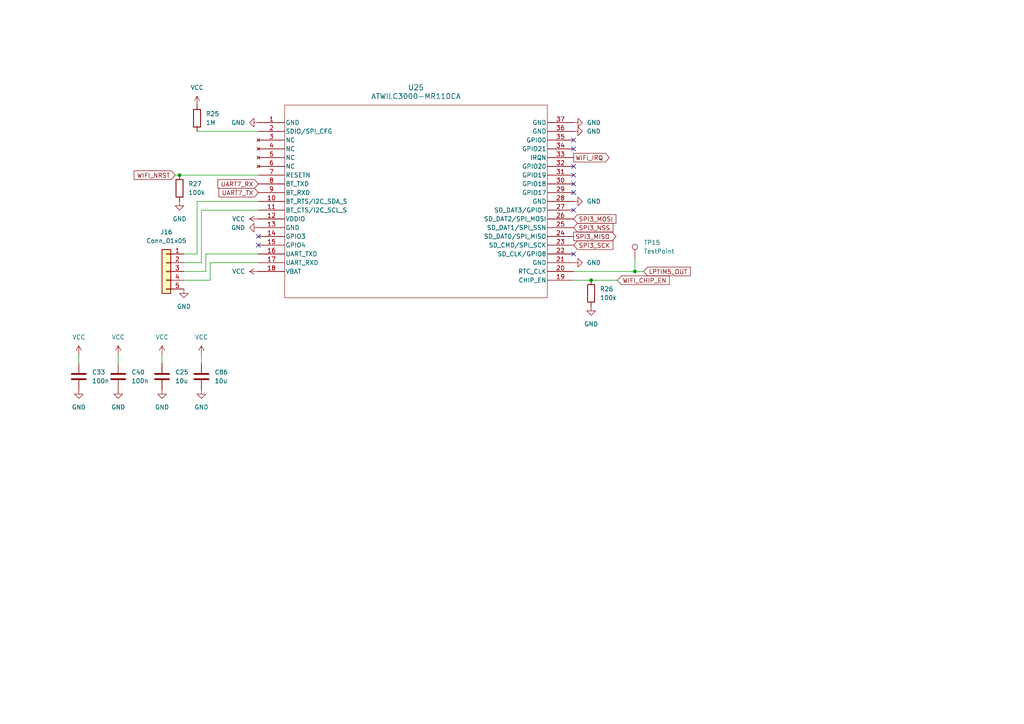
<source format=kicad_sch>
(kicad_sch (version 20250114) (generator "eeschema") (generator_version "9.0")
  (paper "A4")
  (lib_symbols
    (symbol "ATWILC3000:ATWILC3000-MR110CA" (pin_names (offset 0.254))
      (property "Reference" "U" (at 45.72 10.16 0))
      (property "Value" "ATWILC3000-MR110CA" (at 45.72 7.62 0))
      (symbol "ATWILC3000-MR110CA_0_1"
        (polyline (pts (xy 7.62 5.08) (xy 7.62 -50.8)) (stroke (width 0.127)))
        (polyline (pts (xy 7.62 -50.8) (xy 83.82 -50.8)) (stroke (width 0.127)))
        (polyline (pts (xy 83.82 5.08) (xy 7.62 5.08)) (stroke (width 0.127)))
        (polyline (pts (xy 83.82 -50.8) (xy 83.82 5.08)) (stroke (width 0.127)))
        (pin power_out line (at 0 0 0) (length 7.62) (name "GND") (number "1"))
        (pin input line (at 0 -2.54 0) (length 7.62) (name "SDIO/SPI_CFG") (number "2"))
        (pin no_connect line (at 0 -5.08 0) (length 7.62) (name "NC") (number "3"))
        (pin no_connect line (at 0 -7.62 0) (length 7.62) (name "NC") (number "4"))
        (pin no_connect line (at 0 -10.16 0) (length 7.62) (name "NC") (number "5"))
        (pin no_connect line (at 0 -12.7 0) (length 7.62) (name "NC") (number "6"))
        (pin input line (at 0 -15.24 0) (length 7.62) (name "RESETN") (number "7"))
        (pin bidirectional line (at 0 -17.78 0) (length 7.62) (name "BT_TXD") (number "8"))
        (pin bidirectional line (at 0 -20.32 0) (length 7.62) (name "BT_RXD") (number "9"))
        (pin bidirectional line (at 0 -22.86 0) (length 7.62) (name "BT_RTS/I2C_SDA_S") (number "10"))
        (pin bidirectional line (at 0 -25.4 0) (length 7.62) (name "BT_CTS/I2C_SCL_S") (number "11"))
        (pin power_in line (at 0 -27.94 0) (length 7.62) (name "VDDIO") (number "12"))
        (pin power_out line (at 0 -30.48 0) (length 7.62) (name "GND") (number "13"))
        (pin bidirectional line (at 0 -33.02 0) (length 7.62) (name "GPIO3") (number "14"))
        (pin bidirectional line (at 0 -35.56 0) (length 7.62) (name "GPIO4") (number "15"))
        (pin bidirectional line (at 0 -38.1 0) (length 7.62) (name "UART_TXD") (number "16"))
        (pin bidirectional line (at 0 -40.64 0) (length 7.62) (name "UART_RXD") (number "17"))
        (pin power_in line (at 0 -43.18 0) (length 7.62) (name "VBAT") (number "18"))
        (pin power_out line (at 91.44 0 180) (length 7.62) (name "GND") (number "37"))
        (pin power_out line (at 91.44 -2.54 180) (length 7.62) (name "GND") (number "36"))
        (pin bidirectional line (at 91.44 -5.08 180) (length 7.62) (name "GPIO0") (number "35"))
        (pin bidirectional line (at 91.44 -7.62 180) (length 7.62) (name "GPIO21") (number "34"))
        (pin output line (at 91.44 -10.16 180) (length 7.62) (name "IRQN") (number "33"))
        (pin bidirectional line (at 91.44 -12.7 180) (length 7.62) (name "GPIO20") (number "32"))
        (pin bidirectional line (at 91.44 -15.24 180) (length 7.62) (name "GPIO19") (number "31"))
        (pin bidirectional line (at 91.44 -17.78 180) (length 7.62) (name "GPIO18") (number "30"))
        (pin bidirectional line (at 91.44 -20.32 180) (length 7.62) (name "GPIO17") (number "29"))
        (pin power_out line (at 91.44 -22.86 180) (length 7.62) (name "GND") (number "28"))
        (pin bidirectional line (at 91.44 -25.4 180) (length 7.62) (name "SD_DAT3/GPIO7") (number "27"))
        (pin bidirectional line (at 91.44 -27.94 180) (length 7.62) (name "SD_DAT2/SPI_MOSI") (number "26"))
        (pin bidirectional line (at 91.44 -30.48 180) (length 7.62) (name "SD_DAT1/SPI_SSN") (number "25"))
        (pin bidirectional line (at 91.44 -33.02 180) (length 7.62) (name "SD_DAT0/SPI_MISO") (number "24"))
        (pin bidirectional line (at 91.44 -35.56 180) (length 7.62) (name "SD_CMD/SPI_SCK") (number "23"))
        (pin bidirectional line (at 91.44 -38.1 180) (length 7.62) (name "SD_CLK/GPIO8") (number "22"))
        (pin power_out line (at 91.44 -40.64 180) (length 7.62) (name "GND") (number "21"))
        (pin input line (at 91.44 -43.18 180) (length 7.62) (name "RTC_CLK") (number "20"))
        (pin input line (at 91.44 -45.72 180) (length 7.62) (name "CHIP_EN") (number "19"))
      )
    )
    (symbol "Connector:TestPoint" (pin_numbers (hide yes)) (pin_names (offset 0.762) (hide yes))
      (property "Reference" "TP" (at 0 6.858 0))
      (property "Value" "TestPoint" (at 0 5.08 0))
      (symbol "TestPoint_0_1"
        (circle (center 0 3.302) (radius 0.762))
      )
      (symbol "TestPoint_1_1"
        (pin passive line (at 0 0 90) (length 2.54) (name "1") (number "1"))
      )
    )
    (symbol "Connector_Generic:Conn_01x05" (pin_names (offset 1.016) (hide yes))
      (property "Reference" "J" (at 0 7.62 0))
      (property "Value" "Conn_01x05" (at 0 -7.62 0))
      (symbol "Conn_01x05_1_1"
        (rectangle (start -1.27 6.35) (end 1.27 -6.35) (stroke (width 0.254)) (fill (type background)))
        (rectangle (start -1.27 5.207) (end 0 4.953) (stroke (width 0.1524)))
        (rectangle (start -1.27 2.667) (end 0 2.413) (stroke (width 0.1524)))
        (rectangle (start -1.27 0.127) (end 0 -0.127) (stroke (width 0.1524)))
        (rectangle (start -1.27 -2.413) (end 0 -2.667) (stroke (width 0.1524)))
        (rectangle (start -1.27 -4.953) (end 0 -5.207) (stroke (width 0.1524)))
        (pin passive line (at -5.08 5.08 0) (length 3.81) (name "Pin_1") (number "1"))
        (pin passive line (at -5.08 2.54 0) (length 3.81) (name "Pin_2") (number "2"))
        (pin passive line (at -5.08 0 0) (length 3.81) (name "Pin_3") (number "3"))
        (pin passive line (at -5.08 -2.54 0) (length 3.81) (name "Pin_4") (number "4"))
        (pin passive line (at -5.08 -5.08 0) (length 3.81) (name "Pin_5") (number "5"))
      )
    )
    (symbol "Device:C" (pin_numbers (hide yes)) (pin_names (offset 0.254))
      (property "Reference" "C" (at 0.635 2.54 0))
      (property "Value" "C" (at 0.635 -2.54 0))
      (symbol "C_0_1"
        (polyline (pts (xy -2.032 0.762) (xy 2.032 0.762)) (stroke (width 0.508)))
        (polyline (pts (xy -2.032 -0.762) (xy 2.032 -0.762)) (stroke (width 0.508)))
      )
      (symbol "C_1_1"
        (pin passive line (at 0 3.81 270) (length 2.794) (name "~") (number "1"))
        (pin passive line (at 0 -3.81 90) (length 2.794) (name "~") (number "2"))
      )
    )
    (symbol "Device:R" (pin_numbers (hide yes)) (pin_names (offset 0))
      (property "Reference" "R" (at 2.032 0 90))
      (property "Value" "R" (at 0 0 90))
      (symbol "R_0_1"
        (rectangle (start -1.016 -2.54) (end 1.016 2.54) (stroke (width 0.254)))
      )
      (symbol "R_1_1"
        (pin passive line (at 0 3.81 270) (length 1.27) (name "~") (number "1"))
        (pin passive line (at 0 -3.81 90) (length 1.27) (name "~") (number "2"))
      )
    )
    (symbol "GND_1" (power) (pin_numbers (hide yes)) (pin_names (offset 0) (hide yes))
      (property "Value" "GND" (at 0 -3.81 0))
      (symbol "GND_1_0_1"
        (polyline (pts (xy 0 0) (xy 0 -1.27) (xy 1.27 -1.27) (xy 0 -2.54) (xy -1.27 -1.27) (xy 0 -1.27)))
      )
      (symbol "GND_1_1_1"
        (pin power_in line (at 0 0 270) (length 0) (name "~") (number "1"))
      )
    )
    (symbol "VCC_1" (power) (pin_numbers (hide yes)) (pin_names (offset 0) (hide yes))
      (property "Value" "VCC" (at 0 3.556 0))
      (symbol "VCC_1_0_1"
        (polyline (pts (xy -0.762 1.27) (xy 0 2.54)))
        (polyline (pts (xy 0 2.54) (xy 0.762 1.27)))
        (polyline (pts (xy 0 0) (xy 0 2.54)))
      )
      (symbol "VCC_1_1_1"
        (pin power_in line (at 0 0 90) (length 0) (name "~") (number "1"))
      )
    )
    (symbol "power:GND" (power) (pin_names (offset 0))
      (property "Value" "GND" (at 0 -3.81 0))
      (symbol "GND_0_1"
        (polyline (pts (xy 0 0) (xy 0 -1.27) (xy 1.27 -1.27) (xy 0 -2.54) (xy -1.27 -1.27) (xy 0 -1.27)))
      )
      (symbol "GND_1_1"
        (pin power_in line (at 0 0 270) (length 0) (hide yes) (name "GND") (number "1"))
      )
    )
    (symbol "power:VCC" (power) (pin_names (offset 0))
      (property "Value" "VCC" (at 0 3.81 0))
      (symbol "VCC_0_1"
        (polyline (pts (xy -0.762 1.27) (xy 0 2.54)))
        (polyline (pts (xy 0 2.54) (xy 0.762 1.27)))
        (polyline (pts (xy 0 0) (xy 0 2.54)))
      )
      (symbol "VCC_1_1"
        (pin power_in line (at 0 0 90) (length 0) (hide yes) (name "VCC") (number "1"))
      )
    )
  )
  (junction (at 171.45 81.28))
  (junction (at 52.07 50.8))
  (junction (at 184.15 78.74))
  (no_connect (at 74.93 68.58))
  (no_connect (at 166.37 40.64))
  (no_connect (at 166.37 73.66))
  (no_connect (at 166.37 48.26))
  (no_connect (at 166.37 43.18))
  (no_connect (at 166.37 60.96))
  (no_connect (at 166.37 55.88))
  (no_connect (at 74.93 71.12))
  (no_connect (at 166.37 50.8))
  (no_connect (at 166.37 53.34))
  (wire (pts (xy 34.29 102.87) (xy 34.29 105.41)))
  (wire (pts (xy 171.45 81.28) (xy 166.37 81.28)))
  (wire (pts (xy 179.07 81.28) (xy 171.45 81.28)))
  (wire (pts (xy 59.69 73.66) (xy 59.69 78.74)))
  (wire (pts (xy 74.93 60.96) (xy 58.42 60.96)))
  (wire (pts (xy 166.37 78.74) (xy 184.15 78.74)))
  (wire (pts (xy 60.96 76.2) (xy 60.96 81.28)))
  (wire (pts (xy 58.42 60.96) (xy 58.42 76.2)))
  (wire (pts (xy 184.15 78.74) (xy 186.69 78.74)))
  (wire (pts (xy 46.99 102.87) (xy 46.99 105.41)))
  (wire (pts (xy 74.93 73.66) (xy 59.69 73.66)))
  (wire (pts (xy 184.15 74.93) (xy 184.15 78.74)))
  (wire (pts (xy 50.8 50.8) (xy 52.07 50.8)))
  (wire (pts (xy 22.86 102.87) (xy 22.86 105.41)))
  (wire (pts (xy 74.93 76.2) (xy 60.96 76.2)))
  (wire (pts (xy 60.96 81.28) (xy 53.34 81.28)))
  (wire (pts (xy 52.07 50.8) (xy 74.93 50.8)))
  (wire (pts (xy 74.93 58.42) (xy 57.15 58.42)))
  (wire (pts (xy 57.15 38.1) (xy 74.93 38.1)))
  (wire (pts (xy 57.15 73.66) (xy 53.34 73.66)))
  (wire (pts (xy 59.69 78.74) (xy 53.34 78.74)))
  (wire (pts (xy 58.42 76.2) (xy 53.34 76.2)))
  (wire (pts (xy 57.15 58.42) (xy 57.15 73.66)))
  (wire (pts (xy 58.42 102.87) (xy 58.42 105.41)))
  (global_label "SPI3_MISO" (shape output) (at 166.37 68.58 0) (property "Intersheetrefs" "${INTERSHEET_REFS}" (effects (hide yes))))
  (global_label "SPI3_MOSI" (shape input) (at 166.37 63.5 0) (property "Intersheetrefs" "${INTERSHEET_REFS}" (effects (hide yes))))
  (global_label "SPI3_NSS" (shape input) (at 166.37 66.04 0) (property "Intersheetrefs" "${INTERSHEET_REFS}" (effects (hide yes))))
  (global_label "SPI3_SCK" (shape input) (at 166.37 71.12 0) (property "Intersheetrefs" "${INTERSHEET_REFS}" (effects (hide yes))))
  (global_label "UART7_TX" (shape input) (at 74.93 55.88 180) (property "Intersheetrefs" "${INTERSHEET_REFS}" (effects (hide yes))))
  (global_label "WIFI_CHIP_EN" (shape input) (at 179.07 81.28 0) (property "Intersheetrefs" "${INTERSHEET_REFS}" (effects (hide yes))))
  (global_label "WIFI_NRST" (shape input) (at 50.8 50.8 180) (property "Intersheetrefs" "${INTERSHEET_REFS}" (effects (hide yes))))
  (global_label "LPTIM5_OUT" (shape input) (at 186.69 78.74 0) (property "Intersheetrefs" "${INTERSHEET_REFS}" (effects (hide yes))))
  (global_label "WIFI_IRQ" (shape output) (at 166.37 45.72 0) (property "Intersheetrefs" "${INTERSHEET_REFS}" (effects (hide yes))))
  (global_label "UART7_RX" (shape input) (at 74.93 53.34 180) (property "Intersheetrefs" "${INTERSHEET_REFS}" (effects (hide yes))))
  (symbol (lib_id "power:VCC") (at 22.86 102.87 0) (unit 1)
    (property "Reference" "#PWR038" (effects (hide yes)))
    (property "Value" "VCC" (at 22.86 97.79 0))
  )
  (symbol (lib_id "Device:R") (at 52.07 54.61 0) (unit 1)
    (property "Reference" "R27" (at 54.61 53.3399 0) (effects (justify left)))
    (property "Value" "100k" (at 54.61 55.8799 0) (effects (justify left)))
    (property "Footprint" "Resistor_SMD:R_0603_1608Metric" (effects (hide yes)))
  )
  (symbol (lib_name "VCC_1") (lib_id "power:VCC") (at 57.15 30.48 0) (unit 1)
    (property "Reference" "#PWR0175" (effects (hide yes)))
    (property "Value" "VCC" (at 57.15 25.4 0))
    (property "Description" "Power symbol creates a global label with name \"VCC\"" (effects (hide yes)))
  )
  (symbol (lib_id "Device:C") (at 46.99 109.22 0) (unit 1)
    (property "Reference" "C25" (at 50.8 107.95 0) (effects (justify left)))
    (property "Value" "10u" (at 50.8 110.49 0) (effects (justify left)))
    (property "Footprint" "Capacitor_SMD:C_0805_2012Metric" (effects (hide yes)))
  )
  (symbol (lib_id "power:GND") (at 171.45 88.9 0) (unit 1)
    (property "Reference" "#PWR0174" (effects (hide yes)))
    (property "Value" "GND" (at 171.45 93.98 0))
  )
  (symbol (lib_id "power:VCC") (at 46.99 102.87 0) (unit 1)
    (property "Reference" "#PWR010" (effects (hide yes)))
    (property "Value" "VCC" (at 46.99 97.79 0))
  )
  (symbol (lib_id "power:GND") (at 34.29 113.03 0) (unit 1)
    (property "Reference" "#PWR0178" (effects (hide yes)))
    (property "Value" "GND" (at 34.29 118.11 0))
  )
  (symbol (lib_id "power:GND") (at 46.99 113.03 0) (unit 1)
    (property "Reference" "#PWR0120" (effects (hide yes)))
    (property "Value" "GND" (at 46.99 118.11 0))
  )
  (symbol (lib_id "power:GND") (at 53.34 83.82 0) (unit 1)
    (property "Reference" "#PWR0176" (effects (hide yes)))
    (property "Value" "GND" (at 53.34 88.9 0))
  )
  (symbol (lib_id "power:GND") (at 22.86 113.03 0) (unit 1)
    (property "Reference" "#PWR037" (effects (hide yes)))
    (property "Value" "GND" (at 22.86 118.11 0))
  )
  (symbol (lib_id "Device:C") (at 58.42 109.22 0) (unit 1)
    (property "Reference" "C86" (at 62.23 107.95 0) (effects (justify left)))
    (property "Value" "10u" (at 62.23 110.49 0) (effects (justify left)))
    (property "Footprint" "Capacitor_SMD:C_0805_2012Metric" (effects (hide yes)))
  )
  (symbol (lib_name "GND_1") (lib_id "power:GND") (at 166.37 58.42 90) (unit 1)
    (property "Reference" "#PWR0171" (effects (hide yes)))
    (property "Value" "GND" (at 170.18 58.4199 90) (effects (justify right)))
    (property "Description" "Power symbol creates a global label with name \"GND\" , ground" (effects (hide yes)))
  )
  (symbol (lib_id "ATWILC3000:ATWILC3000-MR110CA") (at 74.93 35.56 0) (unit 1)
    (property "Reference" "U25" (at 120.65 25.4 0) (effects (font (size 1.524 1.524))))
    (property "Value" "ATWILC3000-MR110CA" (at 120.65 27.94 0) (effects (font (size 1.524 1.524))))
    (property "Footprint" "STM32H7S7:ATWILC3000-MR110CA_MCH" (effects (hide yes)))
    (property "Datasheet" "ATWILC3000-MR110CA" (effects (hide yes)))
  )
  (symbol (lib_id "Connector_Generic:Conn_01x05") (at 48.26 78.74 0) (mirror y) (unit 1)
    (property "Reference" "J16" (at 48.26 67.31 0))
    (property "Value" "Conn_01x05" (at 48.26 69.85 0))
    (property "Footprint" "Connector_PinHeader_2.54mm:PinHeader_1x05_P2.54mm_Vertical" (effects (hide yes)))
    (property "Description" "Generic connector, single row, 01x05, script generated (kicad-library-utils/schlib/autogen/connector/)" (effects (hide yes)))
  )
  (symbol (lib_id "power:GND") (at 58.42 113.03 0) (unit 1)
    (property "Reference" "#PWR0123" (effects (hide yes)))
    (property "Value" "GND" (at 58.42 118.11 0))
  )
  (symbol (lib_name "GND_1") (lib_id "power:GND") (at 166.37 76.2 90) (unit 1)
    (property "Reference" "#PWR0172" (effects (hide yes)))
    (property "Value" "GND" (at 170.18 76.1999 90) (effects (justify right)))
    (property "Description" "Power symbol creates a global label with name \"GND\" , ground" (effects (hide yes)))
  )
  (symbol (lib_name "GND_1") (lib_id "power:GND") (at 166.37 35.56 90) (unit 1)
    (property "Reference" "#PWR0169" (effects (hide yes)))
    (property "Value" "GND" (at 170.18 35.5599 90) (effects (justify right)))
    (property "Description" "Power symbol creates a global label with name \"GND\" , ground" (effects (hide yes)))
  )
  (symbol (lib_name "GND_1") (lib_id "power:GND") (at 74.93 66.04 270) (unit 1)
    (property "Reference" "#PWR0167" (effects (hide yes)))
    (property "Value" "GND" (at 71.12 66.0399 90) (effects (justify right)))
    (property "Description" "Power symbol creates a global label with name \"GND\" , ground" (effects (hide yes)))
  )
  (symbol (lib_id "Device:C") (at 22.86 109.22 0) (unit 1)
    (property "Reference" "C33" (at 26.67 107.9499 0) (effects (justify left)))
    (property "Value" "100n" (at 26.67 110.4899 0) (effects (justify left)))
    (property "Footprint" "Capacitor_SMD:C_0603_1608Metric" (effects (hide yes)))
  )
  (symbol (lib_id "Device:C") (at 34.29 109.22 0) (unit 1)
    (property "Reference" "C40" (at 38.1 107.9499 0) (effects (justify left)))
    (property "Value" "100n" (at 38.1 110.4899 0) (effects (justify left)))
    (property "Footprint" "Capacitor_SMD:C_0603_1608Metric" (effects (hide yes)))
  )
  (symbol (lib_name "GND_1") (lib_id "power:GND") (at 74.93 35.56 270) (unit 1)
    (property "Reference" "#PWR0168" (effects (hide yes)))
    (property "Value" "GND" (at 71.12 35.5599 90) (effects (justify right)))
    (property "Description" "Power symbol creates a global label with name \"GND\" , ground" (effects (hide yes)))
  )
  (symbol (lib_name "VCC_1") (lib_id "power:VCC") (at 74.93 63.5 90) (unit 1)
    (property "Reference" "#PWR0166" (effects (hide yes)))
    (property "Value" "VCC" (at 71.12 63.4999 90) (effects (justify left)))
    (property "Description" "Power symbol creates a global label with name \"VCC\"" (effects (hide yes)))
  )
  (symbol (lib_id "Device:R") (at 57.15 34.29 180) (unit 1)
    (property "Reference" "R25" (at 59.69 33.0199 0) (effects (justify right)))
    (property "Value" "1M" (at 59.69 35.5599 0) (effects (justify right)))
    (property "Footprint" "Resistor_SMD:R_0603_1608Metric" (effects (hide yes)))
  )
  (symbol (lib_name "VCC_1") (lib_id "power:VCC") (at 74.93 78.74 90) (unit 1)
    (property "Reference" "#PWR0165" (effects (hide yes)))
    (property "Value" "VCC" (at 71.12 78.7399 90) (effects (justify left)))
    (property "Description" "Power symbol creates a global label with name \"VCC\"" (effects (hide yes)))
  )
  (symbol (lib_id "power:VCC") (at 34.29 102.87 0) (unit 1)
    (property "Reference" "#PWR0177" (effects (hide yes)))
    (property "Value" "VCC" (at 34.29 97.79 0))
  )
  (symbol (lib_name "GND_1") (lib_id "power:GND") (at 166.37 38.1 90) (unit 1)
    (property "Reference" "#PWR0170" (effects (hide yes)))
    (property "Value" "GND" (at 170.18 38.0999 90) (effects (justify right)))
    (property "Description" "Power symbol creates a global label with name \"GND\" , ground" (effects (hide yes)))
  )
  (symbol (lib_id "power:VCC") (at 58.42 102.87 0) (unit 1)
    (property "Reference" "#PWR087" (effects (hide yes)))
    (property "Value" "VCC" (at 58.42 97.79 0))
  )
  (symbol (lib_id "power:GND") (at 52.07 58.42 0) (unit 1)
    (property "Reference" "#PWR0173" (effects (hide yes)))
    (property "Value" "GND" (at 52.07 63.5 0))
  )
  (symbol (lib_id "Connector:TestPoint") (at 184.15 74.93 0) (unit 1)
    (property "Reference" "TP15" (at 186.69 70.3579 0) (effects (justify left)))
    (property "Value" "TestPoint" (at 186.69 72.8979 0) (effects (justify left)))
    (property "Footprint" "TestPoint:TestPoint_Pad_D1.0mm" (effects (hide yes)))
    (property "Description" "test point" (effects (hide yes)))
  )
  (symbol (lib_id "Device:R") (at 171.45 85.09 0) (unit 1)
    (property "Reference" "R26" (at 173.99 83.8199 0) (effects (justify left)))
    (property "Value" "100k" (at 173.99 86.3599 0) (effects (justify left)))
    (property "Footprint" "Resistor_SMD:R_0603_1608Metric" (effects (hide yes)))
  )
)
</source>
